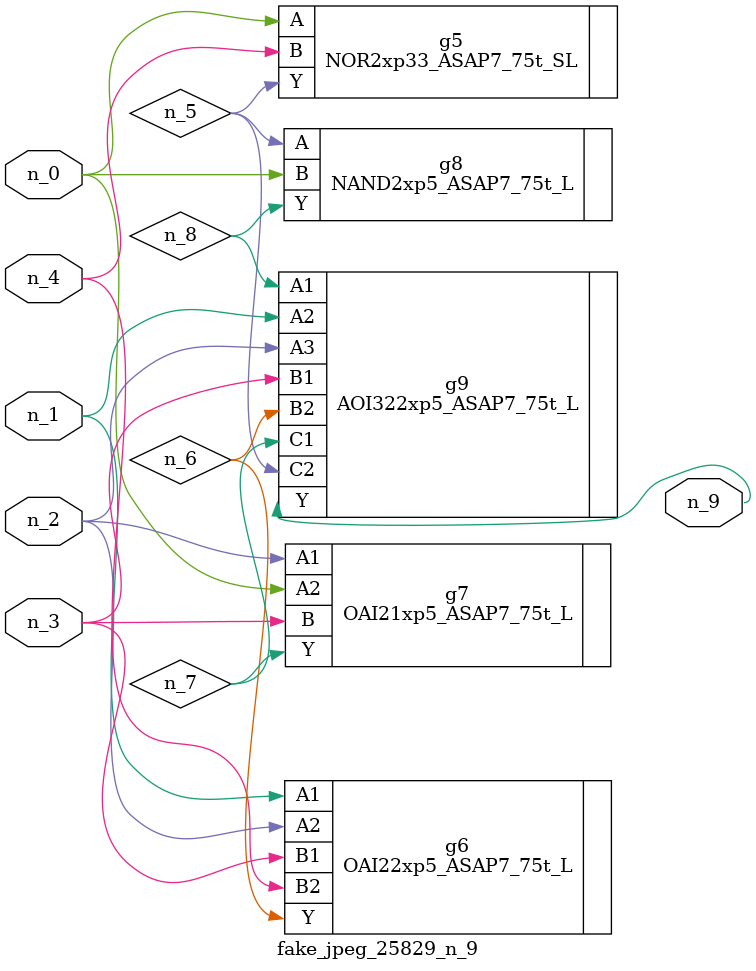
<source format=v>
module fake_jpeg_25829_n_9 (n_3, n_2, n_1, n_0, n_4, n_9);

input n_3;
input n_2;
input n_1;
input n_0;
input n_4;

output n_9;

wire n_8;
wire n_6;
wire n_5;
wire n_7;

NOR2xp33_ASAP7_75t_SL g5 ( 
.A(n_0),
.B(n_4),
.Y(n_5)
);

OAI22xp5_ASAP7_75t_L g6 ( 
.A1(n_1),
.A2(n_2),
.B1(n_3),
.B2(n_4),
.Y(n_6)
);

OAI21xp5_ASAP7_75t_L g7 ( 
.A1(n_2),
.A2(n_0),
.B(n_3),
.Y(n_7)
);

NAND2xp5_ASAP7_75t_L g8 ( 
.A(n_5),
.B(n_0),
.Y(n_8)
);

AOI322xp5_ASAP7_75t_L g9 ( 
.A1(n_8),
.A2(n_1),
.A3(n_2),
.B1(n_3),
.B2(n_6),
.C1(n_7),
.C2(n_5),
.Y(n_9)
);


endmodule
</source>
